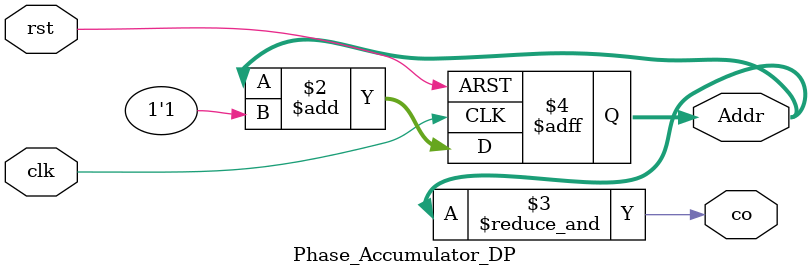
<source format=v>
module Phase_Accumulator_DP(input clk, rst, output co, output reg[5:0] Addr);

    always @(posedge clk, posedge rst) begin
        if (rst) Addr <= 6'b0;
        else Addr <= Addr + 1'b1;
    end

    assign co = &Addr;
    
endmodule

</source>
